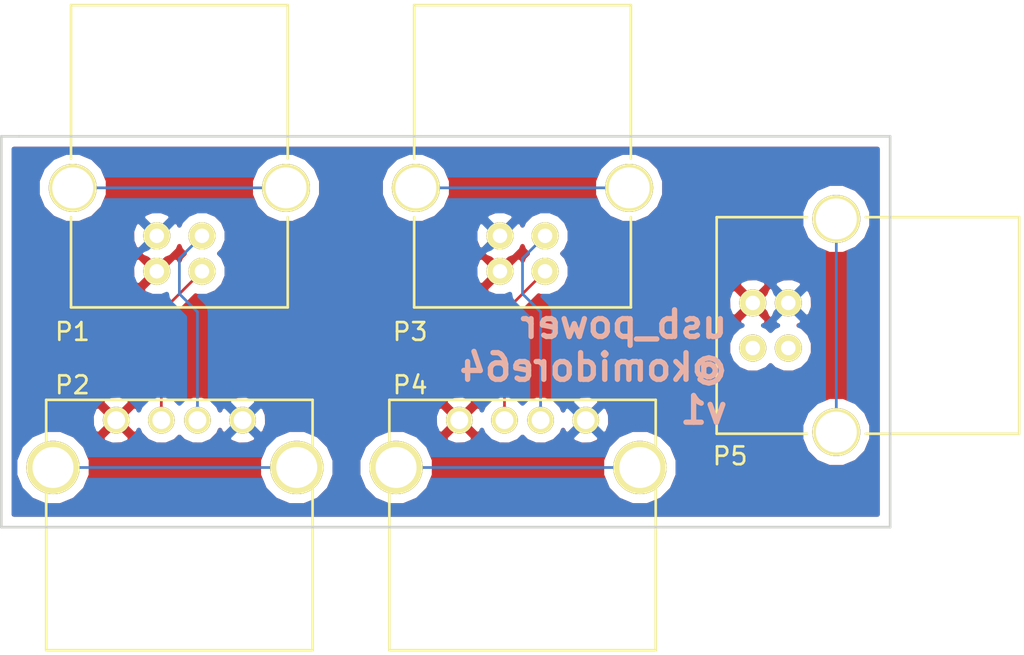
<source format=kicad_pcb>
(kicad_pcb (version 4) (host pcbnew 4.0.2-1.fc23-product)

  (general
    (links 17)
    (no_connects 0)
    (area 123.237099 79.695599 187.385401 116.564901)
    (thickness 1.6)
    (drawings 6)
    (tracks 17)
    (zones 0)
    (modules 5)
    (nets 14)
  )

  (page A4)
  (layers
    (0 F.Cu jumper)
    (31 B.Cu signal)
    (32 B.Adhes user)
    (33 F.Adhes user)
    (34 B.Paste user)
    (35 F.Paste user)
    (36 B.SilkS user)
    (37 F.SilkS user)
    (38 B.Mask user)
    (39 F.Mask user)
    (44 Edge.Cuts user)
    (45 Margin user)
    (46 B.CrtYd user)
    (47 F.CrtYd user)
    (48 B.Fab user)
    (49 F.Fab user)
  )

  (setup
    (last_trace_width 0.1524)
    (trace_clearance 0.1524)
    (zone_clearance 0.508)
    (zone_45_only no)
    (trace_min 0.1524)
    (segment_width 0.2)
    (edge_width 0.15)
    (via_size 0.508)
    (via_drill 0.254)
    (via_min_size 0.508)
    (via_min_drill 0.254)
    (uvia_size 0.3)
    (uvia_drill 0.1)
    (uvias_allowed no)
    (uvia_min_size 0)
    (uvia_min_drill 0)
    (pcb_text_width 0.3)
    (pcb_text_size 1.5 1.5)
    (mod_edge_width 0.15)
    (mod_text_size 1 1)
    (mod_text_width 0.15)
    (pad_size 1.524 1.524)
    (pad_drill 0.762)
    (pad_to_mask_clearance 0.0508)
    (aux_axis_origin 0 0)
    (visible_elements FFFEFF7F)
    (pcbplotparams
      (layerselection 0x00030_80000001)
      (usegerberextensions false)
      (excludeedgelayer true)
      (linewidth 0.100000)
      (plotframeref false)
      (viasonmask false)
      (mode 1)
      (useauxorigin false)
      (hpglpennumber 1)
      (hpglpenspeed 20)
      (hpglpendiameter 15)
      (hpglpenoverlay 2)
      (psnegative false)
      (psa4output false)
      (plotreference true)
      (plotvalue true)
      (plotinvisibletext false)
      (padsonsilk false)
      (subtractmaskfromsilk false)
      (outputformat 1)
      (mirror false)
      (drillshape 1)
      (scaleselection 1)
      (outputdirectory ""))
  )

  (net 0 "")
  (net 1 "Net-(P1-Pad2)")
  (net 2 "Net-(P1-Pad1)")
  (net 3 "Net-(P1-Pad4)")
  (net 4 "Net-(P1-Pad3)")
  (net 5 "Net-(P1-Pad5)")
  (net 6 "Net-(P2-Pad5)")
  (net 7 "Net-(P3-Pad2)")
  (net 8 "Net-(P3-Pad3)")
  (net 9 "Net-(P3-Pad5)")
  (net 10 "Net-(P4-Pad5)")
  (net 11 "Net-(P5-Pad2)")
  (net 12 "Net-(P5-Pad3)")
  (net 13 "Net-(P5-Pad5)")

  (net_class Default "This is the default net class."
    (clearance 0.1524)
    (trace_width 0.1524)
    (via_dia 0.508)
    (via_drill 0.254)
    (uvia_dia 0.3)
    (uvia_drill 0.1)
    (add_net "Net-(P1-Pad1)")
    (add_net "Net-(P1-Pad2)")
    (add_net "Net-(P1-Pad3)")
    (add_net "Net-(P1-Pad4)")
    (add_net "Net-(P1-Pad5)")
    (add_net "Net-(P2-Pad5)")
    (add_net "Net-(P3-Pad2)")
    (add_net "Net-(P3-Pad3)")
    (add_net "Net-(P3-Pad5)")
    (add_net "Net-(P4-Pad5)")
    (add_net "Net-(P5-Pad2)")
    (add_net "Net-(P5-Pad3)")
    (add_net "Net-(P5-Pad5)")
  )

  (module Connect:USB_B (layer F.Cu) (tedit 5AB18852) (tstamp 5AB17B46)
    (at 126.746 85.598 90)
    (descr "USB B connector")
    (tags "USB_B USB_DEV")
    (path /5AB06B31)
    (fp_text reference P1 (at -3.402 -4.746 180) (layer F.SilkS)
      (effects (font (size 1 1) (thickness 0.15)))
    )
    (fp_text value USB_B (at 4.699 1.27 180) (layer F.Fab)
      (effects (font (size 1 1) (thickness 0.15)))
    )
    (fp_line (start 15.25 8.9) (end -2.3 8.9) (layer F.CrtYd) (width 0.05))
    (fp_line (start -2.3 8.9) (end -2.3 -6.35) (layer F.CrtYd) (width 0.05))
    (fp_line (start -2.3 -6.35) (end 15.25 -6.35) (layer F.CrtYd) (width 0.05))
    (fp_line (start 15.25 -6.35) (end 15.25 8.9) (layer F.CrtYd) (width 0.05))
    (fp_line (start 6.35 7.366) (end 14.986 7.366) (layer F.SilkS) (width 0.15))
    (fp_line (start -2.032 7.366) (end 3.048 7.366) (layer F.SilkS) (width 0.15))
    (fp_line (start 6.35 -4.826) (end 14.986 -4.826) (layer F.SilkS) (width 0.15))
    (fp_line (start -2.032 -4.826) (end 3.048 -4.826) (layer F.SilkS) (width 0.15))
    (fp_line (start 14.986 -4.826) (end 14.986 7.366) (layer F.SilkS) (width 0.15))
    (fp_line (start -2.032 7.366) (end -2.032 -4.826) (layer F.SilkS) (width 0.15))
    (pad 2 thru_hole circle (at 0 2.54) (size 1.524 1.524) (drill 0.8128) (layers *.Cu *.Mask F.SilkS)
      (net 1 "Net-(P1-Pad2)"))
    (pad 1 thru_hole circle (at 0 0) (size 1.524 1.524) (drill 0.8128) (layers *.Cu *.Mask F.SilkS)
      (net 2 "Net-(P1-Pad1)"))
    (pad 4 thru_hole circle (at 1.99898 0) (size 1.524 1.524) (drill 0.8128) (layers *.Cu *.Mask F.SilkS)
      (net 3 "Net-(P1-Pad4)"))
    (pad 3 thru_hole circle (at 1.99898 2.54) (size 1.524 1.524) (drill 0.8128) (layers *.Cu *.Mask F.SilkS)
      (net 4 "Net-(P1-Pad3)"))
    (pad 5 thru_hole circle (at 4.699 7.26948) (size 2.70002 2.70002) (drill 2.30124) (layers *.Cu *.Mask F.SilkS)
      (net 5 "Net-(P1-Pad5)"))
    (pad 5 thru_hole circle (at 4.699 -4.72948) (size 2.70002 2.70002) (drill 2.30124) (layers *.Cu *.Mask F.SilkS)
      (net 5 "Net-(P1-Pad5)"))
    (model Connect.3dshapes/USB_B.wrl
      (at (xyz 0.185 -0.05 0.001))
      (scale (xyz 0.3937 0.3937 0.3937))
      (rotate (xyz 0 0 -90))
    )
  )

  (module Connect:USB_A (layer F.Cu) (tedit 5AB1884F) (tstamp 5AB17B50)
    (at 124.46 93.98)
    (descr "USB A connector")
    (tags "USB USB_A")
    (path /5AB068F7)
    (fp_text reference P2 (at -2.46 -1.98) (layer F.SilkS)
      (effects (font (size 1 1) (thickness 0.15)))
    )
    (fp_text value USB_A (at 3.83794 7.43458) (layer F.Fab)
      (effects (font (size 1 1) (thickness 0.15)))
    )
    (fp_line (start -5.3 13.2) (end -5.3 -1.4) (layer F.CrtYd) (width 0.05))
    (fp_line (start 11.95 -1.4) (end 11.95 13.2) (layer F.CrtYd) (width 0.05))
    (fp_line (start -5.3 13.2) (end 11.95 13.2) (layer F.CrtYd) (width 0.05))
    (fp_line (start -5.3 -1.4) (end 11.95 -1.4) (layer F.CrtYd) (width 0.05))
    (fp_line (start 11.04986 -1.14512) (end 11.04986 12.95188) (layer F.SilkS) (width 0.15))
    (fp_line (start -3.93614 12.95188) (end -3.93614 -1.14512) (layer F.SilkS) (width 0.15))
    (fp_line (start 11.04986 -1.14512) (end -3.93614 -1.14512) (layer F.SilkS) (width 0.15))
    (fp_line (start 11.04986 12.95188) (end -3.93614 12.95188) (layer F.SilkS) (width 0.15))
    (pad 4 thru_hole circle (at 7.11286 -0.00212 270) (size 1.50114 1.50114) (drill 1.00076) (layers *.Cu *.Mask F.SilkS)
      (net 3 "Net-(P1-Pad4)"))
    (pad 3 thru_hole circle (at 4.57286 -0.00212 270) (size 1.50114 1.50114) (drill 1.00076) (layers *.Cu *.Mask F.SilkS)
      (net 4 "Net-(P1-Pad3)"))
    (pad 2 thru_hole circle (at 2.54086 -0.00212 270) (size 1.50114 1.50114) (drill 1.00076) (layers *.Cu *.Mask F.SilkS)
      (net 1 "Net-(P1-Pad2)"))
    (pad 1 thru_hole circle (at 0.00086 -0.00212 270) (size 1.50114 1.50114) (drill 1.00076) (layers *.Cu *.Mask F.SilkS)
      (net 2 "Net-(P1-Pad1)"))
    (pad 5 thru_hole circle (at 10.16086 2.66488 270) (size 2.99974 2.99974) (drill 2.30124) (layers *.Cu *.Mask F.SilkS)
      (net 6 "Net-(P2-Pad5)"))
    (pad 5 thru_hole circle (at -3.55514 2.66488 270) (size 2.99974 2.99974) (drill 2.30124) (layers *.Cu *.Mask F.SilkS)
      (net 6 "Net-(P2-Pad5)"))
    (model Connect.3dshapes/USB_A.wrl
      (at (xyz 0.14 0 0))
      (scale (xyz 1 1 1))
      (rotate (xyz 0 0 90))
    )
  )

  (module Connect:USB_B (layer F.Cu) (tedit 5AB1885A) (tstamp 5AB17B5A)
    (at 146.05 85.598 90)
    (descr "USB B connector")
    (tags "USB_B USB_DEV")
    (path /5AB06B56)
    (fp_text reference P3 (at -3.402 -5.05 180) (layer F.SilkS)
      (effects (font (size 1 1) (thickness 0.15)))
    )
    (fp_text value USB_B (at 4.699 1.27 180) (layer F.Fab)
      (effects (font (size 1 1) (thickness 0.15)))
    )
    (fp_line (start 15.25 8.9) (end -2.3 8.9) (layer F.CrtYd) (width 0.05))
    (fp_line (start -2.3 8.9) (end -2.3 -6.35) (layer F.CrtYd) (width 0.05))
    (fp_line (start -2.3 -6.35) (end 15.25 -6.35) (layer F.CrtYd) (width 0.05))
    (fp_line (start 15.25 -6.35) (end 15.25 8.9) (layer F.CrtYd) (width 0.05))
    (fp_line (start 6.35 7.366) (end 14.986 7.366) (layer F.SilkS) (width 0.15))
    (fp_line (start -2.032 7.366) (end 3.048 7.366) (layer F.SilkS) (width 0.15))
    (fp_line (start 6.35 -4.826) (end 14.986 -4.826) (layer F.SilkS) (width 0.15))
    (fp_line (start -2.032 -4.826) (end 3.048 -4.826) (layer F.SilkS) (width 0.15))
    (fp_line (start 14.986 -4.826) (end 14.986 7.366) (layer F.SilkS) (width 0.15))
    (fp_line (start -2.032 7.366) (end -2.032 -4.826) (layer F.SilkS) (width 0.15))
    (pad 2 thru_hole circle (at 0 2.54) (size 1.524 1.524) (drill 0.8128) (layers *.Cu *.Mask F.SilkS)
      (net 7 "Net-(P3-Pad2)"))
    (pad 1 thru_hole circle (at 0 0) (size 1.524 1.524) (drill 0.8128) (layers *.Cu *.Mask F.SilkS)
      (net 2 "Net-(P1-Pad1)"))
    (pad 4 thru_hole circle (at 1.99898 0) (size 1.524 1.524) (drill 0.8128) (layers *.Cu *.Mask F.SilkS)
      (net 3 "Net-(P1-Pad4)"))
    (pad 3 thru_hole circle (at 1.99898 2.54) (size 1.524 1.524) (drill 0.8128) (layers *.Cu *.Mask F.SilkS)
      (net 8 "Net-(P3-Pad3)"))
    (pad 5 thru_hole circle (at 4.699 7.26948) (size 2.70002 2.70002) (drill 2.30124) (layers *.Cu *.Mask F.SilkS)
      (net 9 "Net-(P3-Pad5)"))
    (pad 5 thru_hole circle (at 4.699 -4.72948) (size 2.70002 2.70002) (drill 2.30124) (layers *.Cu *.Mask F.SilkS)
      (net 9 "Net-(P3-Pad5)"))
    (model Connect.3dshapes/USB_B.wrl
      (at (xyz 0.185 -0.05 0.001))
      (scale (xyz 0.3937 0.3937 0.3937))
      (rotate (xyz 0 0 -90))
    )
  )

  (module Connect:USB_A (layer F.Cu) (tedit 5AB18856) (tstamp 5AB17B64)
    (at 143.764 93.98)
    (descr "USB A connector")
    (tags "USB USB_A")
    (path /5AB06987)
    (fp_text reference P4 (at -2.764 -1.98) (layer F.SilkS)
      (effects (font (size 1 1) (thickness 0.15)))
    )
    (fp_text value USB_A (at 3.83794 7.43458) (layer F.Fab)
      (effects (font (size 1 1) (thickness 0.15)))
    )
    (fp_line (start -5.3 13.2) (end -5.3 -1.4) (layer F.CrtYd) (width 0.05))
    (fp_line (start 11.95 -1.4) (end 11.95 13.2) (layer F.CrtYd) (width 0.05))
    (fp_line (start -5.3 13.2) (end 11.95 13.2) (layer F.CrtYd) (width 0.05))
    (fp_line (start -5.3 -1.4) (end 11.95 -1.4) (layer F.CrtYd) (width 0.05))
    (fp_line (start 11.04986 -1.14512) (end 11.04986 12.95188) (layer F.SilkS) (width 0.15))
    (fp_line (start -3.93614 12.95188) (end -3.93614 -1.14512) (layer F.SilkS) (width 0.15))
    (fp_line (start 11.04986 -1.14512) (end -3.93614 -1.14512) (layer F.SilkS) (width 0.15))
    (fp_line (start 11.04986 12.95188) (end -3.93614 12.95188) (layer F.SilkS) (width 0.15))
    (pad 4 thru_hole circle (at 7.11286 -0.00212 270) (size 1.50114 1.50114) (drill 1.00076) (layers *.Cu *.Mask F.SilkS)
      (net 3 "Net-(P1-Pad4)"))
    (pad 3 thru_hole circle (at 4.57286 -0.00212 270) (size 1.50114 1.50114) (drill 1.00076) (layers *.Cu *.Mask F.SilkS)
      (net 8 "Net-(P3-Pad3)"))
    (pad 2 thru_hole circle (at 2.54086 -0.00212 270) (size 1.50114 1.50114) (drill 1.00076) (layers *.Cu *.Mask F.SilkS)
      (net 7 "Net-(P3-Pad2)"))
    (pad 1 thru_hole circle (at 0.00086 -0.00212 270) (size 1.50114 1.50114) (drill 1.00076) (layers *.Cu *.Mask F.SilkS)
      (net 2 "Net-(P1-Pad1)"))
    (pad 5 thru_hole circle (at 10.16086 2.66488 270) (size 2.99974 2.99974) (drill 2.30124) (layers *.Cu *.Mask F.SilkS)
      (net 10 "Net-(P4-Pad5)"))
    (pad 5 thru_hole circle (at -3.55514 2.66488 270) (size 2.99974 2.99974) (drill 2.30124) (layers *.Cu *.Mask F.SilkS)
      (net 10 "Net-(P4-Pad5)"))
    (model Connect.3dshapes/USB_A.wrl
      (at (xyz 0.14 0 0))
      (scale (xyz 1 1 1))
      (rotate (xyz 0 0 90))
    )
  )

  (module Connect:USB_B (layer F.Cu) (tedit 5AB18861) (tstamp 5AB17B6E)
    (at 160.274 87.376)
    (descr "USB B connector")
    (tags "USB_B USB_DEV")
    (path /5AB06A42)
    (fp_text reference P5 (at -1.274 8.624 180) (layer F.SilkS)
      (effects (font (size 1 1) (thickness 0.15)))
    )
    (fp_text value USB_B (at 4.699 1.27 90) (layer F.Fab)
      (effects (font (size 1 1) (thickness 0.15)))
    )
    (fp_line (start 15.25 8.9) (end -2.3 8.9) (layer F.CrtYd) (width 0.05))
    (fp_line (start -2.3 8.9) (end -2.3 -6.35) (layer F.CrtYd) (width 0.05))
    (fp_line (start -2.3 -6.35) (end 15.25 -6.35) (layer F.CrtYd) (width 0.05))
    (fp_line (start 15.25 -6.35) (end 15.25 8.9) (layer F.CrtYd) (width 0.05))
    (fp_line (start 6.35 7.366) (end 14.986 7.366) (layer F.SilkS) (width 0.15))
    (fp_line (start -2.032 7.366) (end 3.048 7.366) (layer F.SilkS) (width 0.15))
    (fp_line (start 6.35 -4.826) (end 14.986 -4.826) (layer F.SilkS) (width 0.15))
    (fp_line (start -2.032 -4.826) (end 3.048 -4.826) (layer F.SilkS) (width 0.15))
    (fp_line (start 14.986 -4.826) (end 14.986 7.366) (layer F.SilkS) (width 0.15))
    (fp_line (start -2.032 7.366) (end -2.032 -4.826) (layer F.SilkS) (width 0.15))
    (pad 2 thru_hole circle (at 0 2.54 270) (size 1.524 1.524) (drill 0.8128) (layers *.Cu *.Mask F.SilkS)
      (net 11 "Net-(P5-Pad2)"))
    (pad 1 thru_hole circle (at 0 0 270) (size 1.524 1.524) (drill 0.8128) (layers *.Cu *.Mask F.SilkS)
      (net 2 "Net-(P1-Pad1)"))
    (pad 4 thru_hole circle (at 1.99898 0 270) (size 1.524 1.524) (drill 0.8128) (layers *.Cu *.Mask F.SilkS)
      (net 3 "Net-(P1-Pad4)"))
    (pad 3 thru_hole circle (at 1.99898 2.54 270) (size 1.524 1.524) (drill 0.8128) (layers *.Cu *.Mask F.SilkS)
      (net 12 "Net-(P5-Pad3)"))
    (pad 5 thru_hole circle (at 4.699 7.26948 270) (size 2.70002 2.70002) (drill 2.30124) (layers *.Cu *.Mask F.SilkS)
      (net 13 "Net-(P5-Pad5)"))
    (pad 5 thru_hole circle (at 4.699 -4.72948 270) (size 2.70002 2.70002) (drill 2.30124) (layers *.Cu *.Mask F.SilkS)
      (net 13 "Net-(P5-Pad5)"))
    (model Connect.3dshapes/USB_B.wrl
      (at (xyz 0.185 -0.05 0.001))
      (scale (xyz 0.3937 0.3937 0.3937))
      (rotate (xyz 0 0 -90))
    )
  )

  (gr_text "usb_power\n@komidore64\nv1" (at 159 91) (layer B.SilkS)
    (effects (font (size 1.5 1.5) (thickness 0.3)) (justify left mirror))
  )
  (gr_line (start 118 78) (end 119 78) (angle 90) (layer Edge.Cuts) (width 0.15))
  (gr_line (start 118 100) (end 118 78) (angle 90) (layer Edge.Cuts) (width 0.15))
  (gr_line (start 168 100) (end 118 100) (angle 90) (layer Edge.Cuts) (width 0.15))
  (gr_line (start 168 78) (end 168 100) (angle 90) (layer Edge.Cuts) (width 0.15))
  (gr_line (start 119 78) (end 168 78) (angle 90) (layer Edge.Cuts) (width 0.15))

  (segment (start 127.00086 93.97788) (end 127.00086 87.88314) (width 0.1524) (layer F.Cu) (net 1) (status 400000))
  (segment (start 127.00086 87.88314) (end 129.286 85.598) (width 0.1524) (layer F.Cu) (net 1) (tstamp 5AB1867A) (status 800000))
  (segment (start 129.03286 93.97788) (end 129.03286 87.88486) (width 0.1524) (layer B.Cu) (net 4) (status 400000))
  (segment (start 128.016 84.86902) (end 129.286 83.59902) (width 0.1524) (layer B.Cu) (net 4) (tstamp 5AB1868C) (status 800000))
  (segment (start 128.016 86.868) (end 128.016 84.86902) (width 0.1524) (layer B.Cu) (net 4) (tstamp 5AB1868B))
  (segment (start 129.03286 87.88486) (end 128.016 86.868) (width 0.1524) (layer B.Cu) (net 4) (tstamp 5AB18681))
  (segment (start 134.01548 80.899) (end 122.01652 80.899) (width 0.1524) (layer B.Cu) (net 5) (status C00000))
  (segment (start 134.62086 96.64488) (end 120.90486 96.64488) (width 0.1524) (layer B.Cu) (net 6) (status C00000))
  (segment (start 146.30486 93.97788) (end 146.30486 87.88314) (width 0.1524) (layer F.Cu) (net 7) (status 400000))
  (segment (start 146.30486 87.88314) (end 148.59 85.598) (width 0.1524) (layer F.Cu) (net 7) (tstamp 5AB18642) (status 800000))
  (segment (start 148.33686 93.97788) (end 148.33686 87.88486) (width 0.1524) (layer B.Cu) (net 8) (status 400000))
  (segment (start 147.32 84.86902) (end 148.59 83.59902) (width 0.1524) (layer B.Cu) (net 8) (tstamp 5AB18665) (status 800000))
  (segment (start 147.32 86.868) (end 147.32 84.86902) (width 0.1524) (layer B.Cu) (net 8) (tstamp 5AB1865E))
  (segment (start 148.33686 87.88486) (end 147.32 86.868) (width 0.1524) (layer B.Cu) (net 8) (tstamp 5AB18655))
  (segment (start 153.31948 80.899) (end 141.32052 80.899) (width 0.1524) (layer B.Cu) (net 9) (status C00000))
  (segment (start 153.92486 96.64488) (end 140.20886 96.64488) (width 0.1524) (layer B.Cu) (net 10) (status C00000))
  (segment (start 164.973 94.64548) (end 164.973 82.64652) (width 0.1524) (layer B.Cu) (net 13) (status C00000))

  (zone (net 2) (net_name "Net-(P1-Pad1)") (layer F.Cu) (tstamp 5AB18711) (hatch edge 0.508)
    (connect_pads (clearance 0.508))
    (min_thickness 0.254)
    (fill yes (arc_segments 16) (thermal_gap 0.508) (thermal_bridge_width 0.508))
    (polygon
      (pts
        (xy 168 100) (xy 118 100) (xy 118 78) (xy 168 78) (xy 168 100)
      )
    )
    (filled_polygon
      (pts
        (xy 167.29 99.29) (xy 118.71 99.29) (xy 118.71 97.067669) (xy 118.76962 97.067669) (xy 119.09395 97.852607)
        (xy 119.693974 98.45368) (xy 120.478345 98.779379) (xy 121.327649 98.78012) (xy 122.112587 98.45579) (xy 122.71366 97.855766)
        (xy 123.039359 97.071395) (xy 123.039362 97.067669) (xy 132.48562 97.067669) (xy 132.80995 97.852607) (xy 133.409974 98.45368)
        (xy 134.194345 98.779379) (xy 135.043649 98.78012) (xy 135.828587 98.45579) (xy 136.42966 97.855766) (xy 136.755359 97.071395)
        (xy 136.755362 97.067669) (xy 138.07362 97.067669) (xy 138.39795 97.852607) (xy 138.997974 98.45368) (xy 139.782345 98.779379)
        (xy 140.631649 98.78012) (xy 141.416587 98.45579) (xy 142.01766 97.855766) (xy 142.343359 97.071395) (xy 142.343362 97.067669)
        (xy 151.78962 97.067669) (xy 152.11395 97.852607) (xy 152.713974 98.45368) (xy 153.498345 98.779379) (xy 154.347649 98.78012)
        (xy 155.132587 98.45579) (xy 155.73366 97.855766) (xy 156.059359 97.071395) (xy 156.0601 96.222091) (xy 155.73577 95.437153)
        (xy 155.337904 95.038591) (xy 162.987646 95.038591) (xy 163.289209 95.768429) (xy 163.847114 96.327309) (xy 164.576425 96.630145)
        (xy 165.366111 96.630834) (xy 166.095949 96.329271) (xy 166.654829 95.771366) (xy 166.957665 95.042055) (xy 166.958354 94.252369)
        (xy 166.656791 93.522531) (xy 166.098886 92.963651) (xy 165.369575 92.660815) (xy 164.579889 92.660126) (xy 163.850051 92.961689)
        (xy 163.291171 93.519594) (xy 162.988335 94.248905) (xy 162.987646 95.038591) (xy 155.337904 95.038591) (xy 155.135746 94.83608)
        (xy 154.351375 94.510381) (xy 153.502071 94.50964) (xy 152.717133 94.83397) (xy 152.11606 95.433994) (xy 151.790361 96.218365)
        (xy 151.78962 97.067669) (xy 142.343362 97.067669) (xy 142.3441 96.222091) (xy 142.01977 95.437153) (xy 141.533278 94.94981)
        (xy 142.972535 94.94981) (xy 143.040595 95.190811) (xy 143.559894 95.375647) (xy 144.110398 95.347685) (xy 144.489125 95.190811)
        (xy 144.557185 94.94981) (xy 143.76486 94.157485) (xy 142.972535 94.94981) (xy 141.533278 94.94981) (xy 141.419746 94.83608)
        (xy 140.635375 94.510381) (xy 139.786071 94.50964) (xy 139.001133 94.83397) (xy 138.40006 95.433994) (xy 138.074361 96.218365)
        (xy 138.07362 97.067669) (xy 136.755362 97.067669) (xy 136.7561 96.222091) (xy 136.43177 95.437153) (xy 135.831746 94.83608)
        (xy 135.047375 94.510381) (xy 134.198071 94.50964) (xy 133.413133 94.83397) (xy 132.81206 95.433994) (xy 132.486361 96.218365)
        (xy 132.48562 97.067669) (xy 123.039362 97.067669) (xy 123.0401 96.222091) (xy 122.71577 95.437153) (xy 122.229278 94.94981)
        (xy 123.668535 94.94981) (xy 123.736595 95.190811) (xy 124.255894 95.375647) (xy 124.806398 95.347685) (xy 125.185125 95.190811)
        (xy 125.253185 94.94981) (xy 124.46086 94.157485) (xy 123.668535 94.94981) (xy 122.229278 94.94981) (xy 122.115746 94.83608)
        (xy 121.331375 94.510381) (xy 120.482071 94.50964) (xy 119.697133 94.83397) (xy 119.09606 95.433994) (xy 118.770361 96.218365)
        (xy 118.76962 97.067669) (xy 118.71 97.067669) (xy 118.71 93.772914) (xy 123.063093 93.772914) (xy 123.091055 94.323418)
        (xy 123.247929 94.702145) (xy 123.48893 94.770205) (xy 124.281255 93.97788) (xy 124.640465 93.97788) (xy 125.43279 94.770205)
        (xy 125.673791 94.702145) (xy 125.732629 94.53684) (xy 125.825546 94.761717) (xy 126.214973 95.151824) (xy 126.724044 95.363209)
        (xy 127.275258 95.36369) (xy 127.784697 95.153194) (xy 128.016923 94.921373) (xy 128.246973 95.151824) (xy 128.756044 95.363209)
        (xy 129.307258 95.36369) (xy 129.816697 95.153194) (xy 130.206804 94.763767) (xy 130.302835 94.532499) (xy 130.397546 94.761717)
        (xy 130.786973 95.151824) (xy 131.296044 95.363209) (xy 131.847258 95.36369) (xy 132.356697 95.153194) (xy 132.746804 94.763767)
        (xy 132.958189 94.254696) (xy 132.958609 93.772914) (xy 142.367093 93.772914) (xy 142.395055 94.323418) (xy 142.551929 94.702145)
        (xy 142.79293 94.770205) (xy 143.585255 93.97788) (xy 143.944465 93.97788) (xy 144.73679 94.770205) (xy 144.977791 94.702145)
        (xy 145.036629 94.53684) (xy 145.129546 94.761717) (xy 145.518973 95.151824) (xy 146.028044 95.363209) (xy 146.579258 95.36369)
        (xy 147.088697 95.153194) (xy 147.320923 94.921373) (xy 147.550973 95.151824) (xy 148.060044 95.363209) (xy 148.611258 95.36369)
        (xy 149.120697 95.153194) (xy 149.510804 94.763767) (xy 149.606835 94.532499) (xy 149.701546 94.761717) (xy 150.090973 95.151824)
        (xy 150.600044 95.363209) (xy 151.151258 95.36369) (xy 151.660697 95.153194) (xy 152.050804 94.763767) (xy 152.262189 94.254696)
        (xy 152.26267 93.703482) (xy 152.052174 93.194043) (xy 151.662747 92.803936) (xy 151.153676 92.592551) (xy 150.602462 92.59207)
        (xy 150.093023 92.802566) (xy 149.702916 93.191993) (xy 149.606885 93.423261) (xy 149.512174 93.194043) (xy 149.122747 92.803936)
        (xy 148.613676 92.592551) (xy 148.062462 92.59207) (xy 147.553023 92.802566) (xy 147.320797 93.034387) (xy 147.090747 92.803936)
        (xy 147.01606 92.772923) (xy 147.01606 90.192661) (xy 158.876758 90.192661) (xy 159.08899 90.706303) (xy 159.48163 91.099629)
        (xy 159.9949 91.312757) (xy 160.550661 91.313242) (xy 161.064303 91.10101) (xy 161.27351 90.892168) (xy 161.48061 91.099629)
        (xy 161.99388 91.312757) (xy 162.549641 91.313242) (xy 163.063283 91.10101) (xy 163.456609 90.70837) (xy 163.669737 90.1951)
        (xy 163.670222 89.639339) (xy 163.45799 89.125697) (xy 163.06535 88.732371) (xy 162.857468 88.646051) (xy 163.063283 88.56101)
        (xy 163.456609 88.16837) (xy 163.669737 87.6551) (xy 163.670222 87.099339) (xy 163.45799 86.585697) (xy 163.06535 86.192371)
        (xy 162.55208 85.979243) (xy 161.996319 85.978758) (xy 161.482677 86.19099) (xy 161.089351 86.58363) (xy 160.978134 86.851471)
        (xy 160.453605 87.376) (xy 160.978169 87.900564) (xy 161.08797 88.166303) (xy 161.48061 88.559629) (xy 161.688492 88.645949)
        (xy 161.482677 88.73099) (xy 161.27347 88.939832) (xy 161.06637 88.732371) (xy 160.874273 88.652605) (xy 161.005143 88.598397)
        (xy 161.074608 88.356213) (xy 160.274 87.555605) (xy 159.473392 88.356213) (xy 159.542857 88.598397) (xy 159.683318 88.648509)
        (xy 159.483697 88.73099) (xy 159.090371 89.12363) (xy 158.877243 89.6369) (xy 158.876758 90.192661) (xy 147.01606 90.192661)
        (xy 147.01606 88.177728) (xy 148.025486 87.168302) (xy 158.864856 87.168302) (xy 158.892638 87.723368) (xy 159.051603 88.107143)
        (xy 159.293787 88.176608) (xy 160.094395 87.376) (xy 159.293787 86.575392) (xy 159.051603 86.644857) (xy 158.864856 87.168302)
        (xy 148.025486 87.168302) (xy 148.231854 86.961934) (xy 148.3109 86.994757) (xy 148.866661 86.995242) (xy 149.380303 86.78301)
        (xy 149.768202 86.395787) (xy 159.473392 86.395787) (xy 160.274 87.196395) (xy 161.074608 86.395787) (xy 161.005143 86.153603)
        (xy 160.481698 85.966856) (xy 159.926632 85.994638) (xy 159.542857 86.153603) (xy 159.473392 86.395787) (xy 149.768202 86.395787)
        (xy 149.773629 86.39037) (xy 149.986757 85.8771) (xy 149.987242 85.321339) (xy 149.77501 84.807697) (xy 149.566168 84.59849)
        (xy 149.773629 84.39139) (xy 149.986757 83.87812) (xy 149.987242 83.322359) (xy 149.870422 83.039631) (xy 162.987646 83.039631)
        (xy 163.289209 83.769469) (xy 163.847114 84.328349) (xy 164.576425 84.631185) (xy 165.366111 84.631874) (xy 166.095949 84.330311)
        (xy 166.654829 83.772406) (xy 166.957665 83.043095) (xy 166.958354 82.253409) (xy 166.656791 81.523571) (xy 166.098886 80.964691)
        (xy 165.369575 80.661855) (xy 164.579889 80.661166) (xy 163.850051 80.962729) (xy 163.291171 81.520634) (xy 162.988335 82.249945)
        (xy 162.987646 83.039631) (xy 149.870422 83.039631) (xy 149.77501 82.808717) (xy 149.38237 82.415391) (xy 148.8691 82.202263)
        (xy 148.313339 82.201778) (xy 147.799697 82.41401) (xy 147.406371 82.80665) (xy 147.320051 83.014532) (xy 147.23501 82.808717)
        (xy 146.84237 82.415391) (xy 146.3291 82.202263) (xy 145.773339 82.201778) (xy 145.259697 82.41401) (xy 144.866371 82.80665)
        (xy 144.653243 83.31992) (xy 144.652758 83.875681) (xy 144.86499 84.389323) (xy 145.25763 84.782649) (xy 145.525471 84.893866)
        (xy 146.05 85.418395) (xy 146.574564 84.893831) (xy 146.840303 84.78403) (xy 147.233629 84.39139) (xy 147.319949 84.183508)
        (xy 147.40499 84.389323) (xy 147.613832 84.59853) (xy 147.406371 84.80563) (xy 147.326605 84.997727) (xy 147.272397 84.866857)
        (xy 147.030213 84.797392) (xy 146.229605 85.598) (xy 146.243748 85.612143) (xy 146.064143 85.791748) (xy 146.05 85.777605)
        (xy 145.249392 86.578213) (xy 145.318857 86.820397) (xy 145.842302 87.007144) (xy 146.192601 86.989611) (xy 145.801966 87.380246)
        (xy 145.647797 87.610975) (xy 145.647797 87.610976) (xy 145.59366 87.88314) (xy 145.59366 92.772553) (xy 145.521023 92.802566)
        (xy 145.130916 93.191993) (xy 145.041481 93.407376) (xy 144.977791 93.253615) (xy 144.73679 93.185555) (xy 143.944465 93.97788)
        (xy 143.585255 93.97788) (xy 142.79293 93.185555) (xy 142.551929 93.253615) (xy 142.367093 93.772914) (xy 132.958609 93.772914)
        (xy 132.95867 93.703482) (xy 132.748174 93.194043) (xy 132.560409 93.00595) (xy 142.972535 93.00595) (xy 143.76486 93.798275)
        (xy 144.557185 93.00595) (xy 144.489125 92.764949) (xy 143.969826 92.580113) (xy 143.419322 92.608075) (xy 143.040595 92.764949)
        (xy 142.972535 93.00595) (xy 132.560409 93.00595) (xy 132.358747 92.803936) (xy 131.849676 92.592551) (xy 131.298462 92.59207)
        (xy 130.789023 92.802566) (xy 130.398916 93.191993) (xy 130.302885 93.423261) (xy 130.208174 93.194043) (xy 129.818747 92.803936)
        (xy 129.309676 92.592551) (xy 128.758462 92.59207) (xy 128.249023 92.802566) (xy 128.016797 93.034387) (xy 127.786747 92.803936)
        (xy 127.71206 92.772923) (xy 127.71206 88.177728) (xy 128.927854 86.961934) (xy 129.0069 86.994757) (xy 129.562661 86.995242)
        (xy 130.076303 86.78301) (xy 130.469629 86.39037) (xy 130.682757 85.8771) (xy 130.683181 85.390302) (xy 144.640856 85.390302)
        (xy 144.668638 85.945368) (xy 144.827603 86.329143) (xy 145.069787 86.398608) (xy 145.870395 85.598) (xy 145.069787 84.797392)
        (xy 144.827603 84.866857) (xy 144.640856 85.390302) (xy 130.683181 85.390302) (xy 130.683242 85.321339) (xy 130.47101 84.807697)
        (xy 130.262168 84.59849) (xy 130.469629 84.39139) (xy 130.682757 83.87812) (xy 130.683242 83.322359) (xy 130.47101 82.808717)
        (xy 130.07837 82.415391) (xy 129.5651 82.202263) (xy 129.009339 82.201778) (xy 128.495697 82.41401) (xy 128.102371 82.80665)
        (xy 128.016051 83.014532) (xy 127.93101 82.808717) (xy 127.53837 82.415391) (xy 127.0251 82.202263) (xy 126.469339 82.201778)
        (xy 125.955697 82.41401) (xy 125.562371 82.80665) (xy 125.349243 83.31992) (xy 125.348758 83.875681) (xy 125.56099 84.389323)
        (xy 125.95363 84.782649) (xy 126.221471 84.893866) (xy 126.746 85.418395) (xy 127.270564 84.893831) (xy 127.536303 84.78403)
        (xy 127.929629 84.39139) (xy 128.015949 84.183508) (xy 128.10099 84.389323) (xy 128.309832 84.59853) (xy 128.102371 84.80563)
        (xy 128.022605 84.997727) (xy 127.968397 84.866857) (xy 127.726213 84.797392) (xy 126.925605 85.598) (xy 126.939748 85.612143)
        (xy 126.760143 85.791748) (xy 126.746 85.777605) (xy 125.945392 86.578213) (xy 126.014857 86.820397) (xy 126.538302 87.007144)
        (xy 126.888601 86.989611) (xy 126.497966 87.380246) (xy 126.343797 87.610975) (xy 126.343797 87.610976) (xy 126.28966 87.88314)
        (xy 126.28966 92.772553) (xy 126.217023 92.802566) (xy 125.826916 93.191993) (xy 125.737481 93.407376) (xy 125.673791 93.253615)
        (xy 125.43279 93.185555) (xy 124.640465 93.97788) (xy 124.281255 93.97788) (xy 123.48893 93.185555) (xy 123.247929 93.253615)
        (xy 123.063093 93.772914) (xy 118.71 93.772914) (xy 118.71 93.00595) (xy 123.668535 93.00595) (xy 124.46086 93.798275)
        (xy 125.253185 93.00595) (xy 125.185125 92.764949) (xy 124.665826 92.580113) (xy 124.115322 92.608075) (xy 123.736595 92.764949)
        (xy 123.668535 93.00595) (xy 118.71 93.00595) (xy 118.71 85.390302) (xy 125.336856 85.390302) (xy 125.364638 85.945368)
        (xy 125.523603 86.329143) (xy 125.765787 86.398608) (xy 126.566395 85.598) (xy 125.765787 84.797392) (xy 125.523603 84.866857)
        (xy 125.336856 85.390302) (xy 118.71 85.390302) (xy 118.71 81.292111) (xy 120.031166 81.292111) (xy 120.332729 82.021949)
        (xy 120.890634 82.580829) (xy 121.619945 82.883665) (xy 122.409631 82.884354) (xy 123.139469 82.582791) (xy 123.698349 82.024886)
        (xy 124.001185 81.295575) (xy 124.001188 81.292111) (xy 132.030126 81.292111) (xy 132.331689 82.021949) (xy 132.889594 82.580829)
        (xy 133.618905 82.883665) (xy 134.408591 82.884354) (xy 135.138429 82.582791) (xy 135.697309 82.024886) (xy 136.000145 81.295575)
        (xy 136.000148 81.292111) (xy 139.335166 81.292111) (xy 139.636729 82.021949) (xy 140.194634 82.580829) (xy 140.923945 82.883665)
        (xy 141.713631 82.884354) (xy 142.443469 82.582791) (xy 143.002349 82.024886) (xy 143.305185 81.295575) (xy 143.305188 81.292111)
        (xy 151.334126 81.292111) (xy 151.635689 82.021949) (xy 152.193594 82.580829) (xy 152.922905 82.883665) (xy 153.712591 82.884354)
        (xy 154.442429 82.582791) (xy 155.001309 82.024886) (xy 155.304145 81.295575) (xy 155.304834 80.505889) (xy 155.003271 79.776051)
        (xy 154.445366 79.217171) (xy 153.716055 78.914335) (xy 152.926369 78.913646) (xy 152.196531 79.215209) (xy 151.637651 79.773114)
        (xy 151.334815 80.502425) (xy 151.334126 81.292111) (xy 143.305188 81.292111) (xy 143.305874 80.505889) (xy 143.004311 79.776051)
        (xy 142.446406 79.217171) (xy 141.717095 78.914335) (xy 140.927409 78.913646) (xy 140.197571 79.215209) (xy 139.638691 79.773114)
        (xy 139.335855 80.502425) (xy 139.335166 81.292111) (xy 136.000148 81.292111) (xy 136.000834 80.505889) (xy 135.699271 79.776051)
        (xy 135.141366 79.217171) (xy 134.412055 78.914335) (xy 133.622369 78.913646) (xy 132.892531 79.215209) (xy 132.333651 79.773114)
        (xy 132.030815 80.502425) (xy 132.030126 81.292111) (xy 124.001188 81.292111) (xy 124.001874 80.505889) (xy 123.700311 79.776051)
        (xy 123.142406 79.217171) (xy 122.413095 78.914335) (xy 121.623409 78.913646) (xy 120.893571 79.215209) (xy 120.334691 79.773114)
        (xy 120.031855 80.502425) (xy 120.031166 81.292111) (xy 118.71 81.292111) (xy 118.71 78.71) (xy 167.29 78.71)
      )
    )
  )
  (zone (net 3) (net_name "Net-(P1-Pad4)") (layer B.Cu) (tstamp 5AB1872B) (hatch edge 0.508)
    (connect_pads (clearance 0.508))
    (min_thickness 0.254)
    (fill yes (arc_segments 16) (thermal_gap 0.508) (thermal_bridge_width 0.508))
    (polygon
      (pts
        (xy 168 100) (xy 118 100) (xy 118 78) (xy 168 78) (xy 168 100)
      )
    )
    (filled_polygon
      (pts
        (xy 167.29 99.29) (xy 118.71 99.29) (xy 118.71 97.067669) (xy 118.76962 97.067669) (xy 119.09395 97.852607)
        (xy 119.693974 98.45368) (xy 120.478345 98.779379) (xy 121.327649 98.78012) (xy 122.112587 98.45579) (xy 122.71366 97.855766)
        (xy 122.921148 97.35608) (xy 132.604789 97.35608) (xy 132.80995 97.852607) (xy 133.409974 98.45368) (xy 134.194345 98.779379)
        (xy 135.043649 98.78012) (xy 135.828587 98.45579) (xy 136.42966 97.855766) (xy 136.755359 97.071395) (xy 136.755362 97.067669)
        (xy 138.07362 97.067669) (xy 138.39795 97.852607) (xy 138.997974 98.45368) (xy 139.782345 98.779379) (xy 140.631649 98.78012)
        (xy 141.416587 98.45579) (xy 142.01766 97.855766) (xy 142.225148 97.35608) (xy 151.908789 97.35608) (xy 152.11395 97.852607)
        (xy 152.713974 98.45368) (xy 153.498345 98.779379) (xy 154.347649 98.78012) (xy 155.132587 98.45579) (xy 155.73366 97.855766)
        (xy 156.059359 97.071395) (xy 156.0601 96.222091) (xy 155.73577 95.437153) (xy 155.135746 94.83608) (xy 154.351375 94.510381)
        (xy 153.502071 94.50964) (xy 152.717133 94.83397) (xy 152.11606 95.433994) (xy 151.908572 95.93368) (xy 142.224931 95.93368)
        (xy 142.01977 95.437153) (xy 141.419746 94.83608) (xy 140.635375 94.510381) (xy 139.786071 94.50964) (xy 139.001133 94.83397)
        (xy 138.40006 95.433994) (xy 138.074361 96.218365) (xy 138.07362 97.067669) (xy 136.755362 97.067669) (xy 136.7561 96.222091)
        (xy 136.43177 95.437153) (xy 135.831746 94.83608) (xy 135.047375 94.510381) (xy 134.198071 94.50964) (xy 133.413133 94.83397)
        (xy 132.81206 95.433994) (xy 132.604572 95.93368) (xy 122.920931 95.93368) (xy 122.71577 95.437153) (xy 122.115746 94.83608)
        (xy 121.331375 94.510381) (xy 120.482071 94.50964) (xy 119.697133 94.83397) (xy 119.09606 95.433994) (xy 118.770361 96.218365)
        (xy 118.76962 97.067669) (xy 118.71 97.067669) (xy 118.71 94.252278) (xy 123.07505 94.252278) (xy 123.285546 94.761717)
        (xy 123.674973 95.151824) (xy 124.184044 95.363209) (xy 124.735258 95.36369) (xy 125.244697 95.153194) (xy 125.634804 94.763767)
        (xy 125.730835 94.532499) (xy 125.825546 94.761717) (xy 126.214973 95.151824) (xy 126.724044 95.363209) (xy 127.275258 95.36369)
        (xy 127.784697 95.153194) (xy 128.016923 94.921373) (xy 128.246973 95.151824) (xy 128.756044 95.363209) (xy 129.307258 95.36369)
        (xy 129.816697 95.153194) (xy 130.020436 94.94981) (xy 130.780535 94.94981) (xy 130.848595 95.190811) (xy 131.367894 95.375647)
        (xy 131.918398 95.347685) (xy 132.297125 95.190811) (xy 132.365185 94.94981) (xy 131.57286 94.157485) (xy 130.780535 94.94981)
        (xy 130.020436 94.94981) (xy 130.206804 94.763767) (xy 130.296239 94.548384) (xy 130.359929 94.702145) (xy 130.60093 94.770205)
        (xy 131.393255 93.97788) (xy 131.752465 93.97788) (xy 132.54479 94.770205) (xy 132.785791 94.702145) (xy 132.945913 94.252278)
        (xy 142.37905 94.252278) (xy 142.589546 94.761717) (xy 142.978973 95.151824) (xy 143.488044 95.363209) (xy 144.039258 95.36369)
        (xy 144.548697 95.153194) (xy 144.938804 94.763767) (xy 145.034835 94.532499) (xy 145.129546 94.761717) (xy 145.518973 95.151824)
        (xy 146.028044 95.363209) (xy 146.579258 95.36369) (xy 147.088697 95.153194) (xy 147.320923 94.921373) (xy 147.550973 95.151824)
        (xy 148.060044 95.363209) (xy 148.611258 95.36369) (xy 149.120697 95.153194) (xy 149.324436 94.94981) (xy 150.084535 94.94981)
        (xy 150.152595 95.190811) (xy 150.671894 95.375647) (xy 151.222398 95.347685) (xy 151.601125 95.190811) (xy 151.669185 94.94981)
        (xy 150.87686 94.157485) (xy 150.084535 94.94981) (xy 149.324436 94.94981) (xy 149.510804 94.763767) (xy 149.600239 94.548384)
        (xy 149.663929 94.702145) (xy 149.90493 94.770205) (xy 150.697255 93.97788) (xy 151.056465 93.97788) (xy 151.84879 94.770205)
        (xy 152.089791 94.702145) (xy 152.274627 94.182846) (xy 152.246665 93.632342) (xy 152.089791 93.253615) (xy 151.84879 93.185555)
        (xy 151.056465 93.97788) (xy 150.697255 93.97788) (xy 149.90493 93.185555) (xy 149.663929 93.253615) (xy 149.605091 93.41892)
        (xy 149.512174 93.194043) (xy 149.324409 93.00595) (xy 150.084535 93.00595) (xy 150.87686 93.798275) (xy 151.669185 93.00595)
        (xy 151.601125 92.764949) (xy 151.081826 92.580113) (xy 150.531322 92.608075) (xy 150.152595 92.764949) (xy 150.084535 93.00595)
        (xy 149.324409 93.00595) (xy 149.122747 92.803936) (xy 149.04806 92.772923) (xy 149.04806 87.88486) (xy 149.001873 87.652661)
        (xy 158.876758 87.652661) (xy 159.08899 88.166303) (xy 159.48163 88.559629) (xy 159.689512 88.645949) (xy 159.483697 88.73099)
        (xy 159.090371 89.12363) (xy 158.877243 89.6369) (xy 158.876758 90.192661) (xy 159.08899 90.706303) (xy 159.48163 91.099629)
        (xy 159.9949 91.312757) (xy 160.550661 91.313242) (xy 161.064303 91.10101) (xy 161.27351 90.892168) (xy 161.48061 91.099629)
        (xy 161.99388 91.312757) (xy 162.549641 91.313242) (xy 163.063283 91.10101) (xy 163.456609 90.70837) (xy 163.669737 90.1951)
        (xy 163.670222 89.639339) (xy 163.45799 89.125697) (xy 163.06535 88.732371) (xy 162.873253 88.652605) (xy 163.004123 88.598397)
        (xy 163.073588 88.356213) (xy 162.27298 87.555605) (xy 161.472372 88.356213) (xy 161.541837 88.598397) (xy 161.682298 88.648509)
        (xy 161.482677 88.73099) (xy 161.27347 88.939832) (xy 161.06637 88.732371) (xy 160.858488 88.646051) (xy 161.064303 88.56101)
        (xy 161.457629 88.16837) (xy 161.568846 87.900529) (xy 162.093375 87.376) (xy 162.452585 87.376) (xy 163.253193 88.176608)
        (xy 163.495377 88.107143) (xy 163.682124 87.583698) (xy 163.654342 87.028632) (xy 163.495377 86.644857) (xy 163.253193 86.575392)
        (xy 162.452585 87.376) (xy 162.093375 87.376) (xy 161.568811 86.851436) (xy 161.45901 86.585697) (xy 161.269432 86.395787)
        (xy 161.472372 86.395787) (xy 162.27298 87.196395) (xy 163.073588 86.395787) (xy 163.004123 86.153603) (xy 162.480678 85.966856)
        (xy 161.925612 85.994638) (xy 161.541837 86.153603) (xy 161.472372 86.395787) (xy 161.269432 86.395787) (xy 161.06637 86.192371)
        (xy 160.5531 85.979243) (xy 159.997339 85.978758) (xy 159.483697 86.19099) (xy 159.090371 86.58363) (xy 158.877243 87.0969)
        (xy 158.876758 87.652661) (xy 149.001873 87.652661) (xy 148.993923 87.612696) (xy 148.993923 87.612695) (xy 148.839754 87.381966)
        (xy 148.452669 86.994881) (xy 148.866661 86.995242) (xy 149.380303 86.78301) (xy 149.773629 86.39037) (xy 149.986757 85.8771)
        (xy 149.987242 85.321339) (xy 149.77501 84.807697) (xy 149.566168 84.59849) (xy 149.773629 84.39139) (xy 149.986757 83.87812)
        (xy 149.987242 83.322359) (xy 149.870422 83.039631) (xy 162.987646 83.039631) (xy 163.289209 83.769469) (xy 163.847114 84.328349)
        (xy 164.2618 84.500541) (xy 164.2618 92.791558) (xy 163.850051 92.961689) (xy 163.291171 93.519594) (xy 162.988335 94.248905)
        (xy 162.987646 95.038591) (xy 163.289209 95.768429) (xy 163.847114 96.327309) (xy 164.576425 96.630145) (xy 165.366111 96.630834)
        (xy 166.095949 96.329271) (xy 166.654829 95.771366) (xy 166.957665 95.042055) (xy 166.958354 94.252369) (xy 166.656791 93.522531)
        (xy 166.098886 92.963651) (xy 165.6842 92.791459) (xy 165.6842 84.500442) (xy 166.095949 84.330311) (xy 166.654829 83.772406)
        (xy 166.957665 83.043095) (xy 166.958354 82.253409) (xy 166.656791 81.523571) (xy 166.098886 80.964691) (xy 165.369575 80.661855)
        (xy 164.579889 80.661166) (xy 163.850051 80.962729) (xy 163.291171 81.520634) (xy 162.988335 82.249945) (xy 162.987646 83.039631)
        (xy 149.870422 83.039631) (xy 149.77501 82.808717) (xy 149.38237 82.415391) (xy 148.8691 82.202263) (xy 148.313339 82.201778)
        (xy 147.799697 82.41401) (xy 147.406371 82.80665) (xy 147.326605 82.998747) (xy 147.272397 82.867877) (xy 147.030213 82.798412)
        (xy 146.229605 83.59902) (xy 146.243748 83.613163) (xy 146.064143 83.792768) (xy 146.05 83.778625) (xy 145.525436 84.303189)
        (xy 145.259697 84.41299) (xy 144.866371 84.80563) (xy 144.653243 85.3189) (xy 144.652758 85.874661) (xy 144.86499 86.388303)
        (xy 145.25763 86.781629) (xy 145.7709 86.994757) (xy 146.326661 86.995242) (xy 146.61076 86.877855) (xy 146.662937 87.140165)
        (xy 146.817106 87.370894) (xy 147.62566 88.179448) (xy 147.62566 92.772553) (xy 147.553023 92.802566) (xy 147.320797 93.034387)
        (xy 147.090747 92.803936) (xy 146.581676 92.592551) (xy 146.030462 92.59207) (xy 145.521023 92.802566) (xy 145.130916 93.191993)
        (xy 145.034885 93.423261) (xy 144.940174 93.194043) (xy 144.550747 92.803936) (xy 144.041676 92.592551) (xy 143.490462 92.59207)
        (xy 142.981023 92.802566) (xy 142.590916 93.191993) (xy 142.379531 93.701064) (xy 142.37905 94.252278) (xy 132.945913 94.252278)
        (xy 132.970627 94.182846) (xy 132.942665 93.632342) (xy 132.785791 93.253615) (xy 132.54479 93.185555) (xy 131.752465 93.97788)
        (xy 131.393255 93.97788) (xy 130.60093 93.185555) (xy 130.359929 93.253615) (xy 130.301091 93.41892) (xy 130.208174 93.194043)
        (xy 130.020409 93.00595) (xy 130.780535 93.00595) (xy 131.57286 93.798275) (xy 132.365185 93.00595) (xy 132.297125 92.764949)
        (xy 131.777826 92.580113) (xy 131.227322 92.608075) (xy 130.848595 92.764949) (xy 130.780535 93.00595) (xy 130.020409 93.00595)
        (xy 129.818747 92.803936) (xy 129.74406 92.772923) (xy 129.74406 87.88486) (xy 129.689923 87.612696) (xy 129.689923 87.612695)
        (xy 129.535754 87.381966) (xy 129.148669 86.994881) (xy 129.562661 86.995242) (xy 130.076303 86.78301) (xy 130.469629 86.39037)
        (xy 130.682757 85.8771) (xy 130.683242 85.321339) (xy 130.47101 84.807697) (xy 130.262168 84.59849) (xy 130.469629 84.39139)
        (xy 130.682757 83.87812) (xy 130.683181 83.391322) (xy 144.640856 83.391322) (xy 144.668638 83.946388) (xy 144.827603 84.330163)
        (xy 145.069787 84.399628) (xy 145.870395 83.59902) (xy 145.069787 82.798412) (xy 144.827603 82.867877) (xy 144.640856 83.391322)
        (xy 130.683181 83.391322) (xy 130.683242 83.322359) (xy 130.47101 82.808717) (xy 130.07837 82.415391) (xy 129.5651 82.202263)
        (xy 129.009339 82.201778) (xy 128.495697 82.41401) (xy 128.102371 82.80665) (xy 128.022605 82.998747) (xy 127.968397 82.867877)
        (xy 127.726213 82.798412) (xy 126.925605 83.59902) (xy 126.939748 83.613163) (xy 126.760143 83.792768) (xy 126.746 83.778625)
        (xy 126.221436 84.303189) (xy 125.955697 84.41299) (xy 125.562371 84.80563) (xy 125.349243 85.3189) (xy 125.348758 85.874661)
        (xy 125.56099 86.388303) (xy 125.95363 86.781629) (xy 126.4669 86.994757) (xy 127.022661 86.995242) (xy 127.30676 86.877855)
        (xy 127.358937 87.140165) (xy 127.513106 87.370894) (xy 128.32166 88.179448) (xy 128.32166 92.772553) (xy 128.249023 92.802566)
        (xy 128.016797 93.034387) (xy 127.786747 92.803936) (xy 127.277676 92.592551) (xy 126.726462 92.59207) (xy 126.217023 92.802566)
        (xy 125.826916 93.191993) (xy 125.730885 93.423261) (xy 125.636174 93.194043) (xy 125.246747 92.803936) (xy 124.737676 92.592551)
        (xy 124.186462 92.59207) (xy 123.677023 92.802566) (xy 123.286916 93.191993) (xy 123.075531 93.701064) (xy 123.07505 94.252278)
        (xy 118.71 94.252278) (xy 118.71 83.391322) (xy 125.336856 83.391322) (xy 125.364638 83.946388) (xy 125.523603 84.330163)
        (xy 125.765787 84.399628) (xy 126.566395 83.59902) (xy 125.765787 82.798412) (xy 125.523603 82.867877) (xy 125.336856 83.391322)
        (xy 118.71 83.391322) (xy 118.71 81.292111) (xy 120.031166 81.292111) (xy 120.332729 82.021949) (xy 120.890634 82.580829)
        (xy 121.619945 82.883665) (xy 122.409631 82.884354) (xy 123.052303 82.618807) (xy 125.945392 82.618807) (xy 126.746 83.419415)
        (xy 127.546608 82.618807) (xy 127.477143 82.376623) (xy 126.953698 82.189876) (xy 126.398632 82.217658) (xy 126.014857 82.376623)
        (xy 125.945392 82.618807) (xy 123.052303 82.618807) (xy 123.139469 82.582791) (xy 123.698349 82.024886) (xy 123.870541 81.6102)
        (xy 132.161558 81.6102) (xy 132.331689 82.021949) (xy 132.889594 82.580829) (xy 133.618905 82.883665) (xy 134.408591 82.884354)
        (xy 135.138429 82.582791) (xy 135.697309 82.024886) (xy 136.000145 81.295575) (xy 136.000148 81.292111) (xy 139.335166 81.292111)
        (xy 139.636729 82.021949) (xy 140.194634 82.580829) (xy 140.923945 82.883665) (xy 141.713631 82.884354) (xy 142.356303 82.618807)
        (xy 145.249392 82.618807) (xy 146.05 83.419415) (xy 146.850608 82.618807) (xy 146.781143 82.376623) (xy 146.257698 82.189876)
        (xy 145.702632 82.217658) (xy 145.318857 82.376623) (xy 145.249392 82.618807) (xy 142.356303 82.618807) (xy 142.443469 82.582791)
        (xy 143.002349 82.024886) (xy 143.174541 81.6102) (xy 151.465558 81.6102) (xy 151.635689 82.021949) (xy 152.193594 82.580829)
        (xy 152.922905 82.883665) (xy 153.712591 82.884354) (xy 154.442429 82.582791) (xy 155.001309 82.024886) (xy 155.304145 81.295575)
        (xy 155.304834 80.505889) (xy 155.003271 79.776051) (xy 154.445366 79.217171) (xy 153.716055 78.914335) (xy 152.926369 78.913646)
        (xy 152.196531 79.215209) (xy 151.637651 79.773114) (xy 151.465459 80.1878) (xy 143.174442 80.1878) (xy 143.004311 79.776051)
        (xy 142.446406 79.217171) (xy 141.717095 78.914335) (xy 140.927409 78.913646) (xy 140.197571 79.215209) (xy 139.638691 79.773114)
        (xy 139.335855 80.502425) (xy 139.335166 81.292111) (xy 136.000148 81.292111) (xy 136.000834 80.505889) (xy 135.699271 79.776051)
        (xy 135.141366 79.217171) (xy 134.412055 78.914335) (xy 133.622369 78.913646) (xy 132.892531 79.215209) (xy 132.333651 79.773114)
        (xy 132.161459 80.1878) (xy 123.870442 80.1878) (xy 123.700311 79.776051) (xy 123.142406 79.217171) (xy 122.413095 78.914335)
        (xy 121.623409 78.913646) (xy 120.893571 79.215209) (xy 120.334691 79.773114) (xy 120.031855 80.502425) (xy 120.031166 81.292111)
        (xy 118.71 81.292111) (xy 118.71 78.71) (xy 167.29 78.71)
      )
    )
  )
)

</source>
